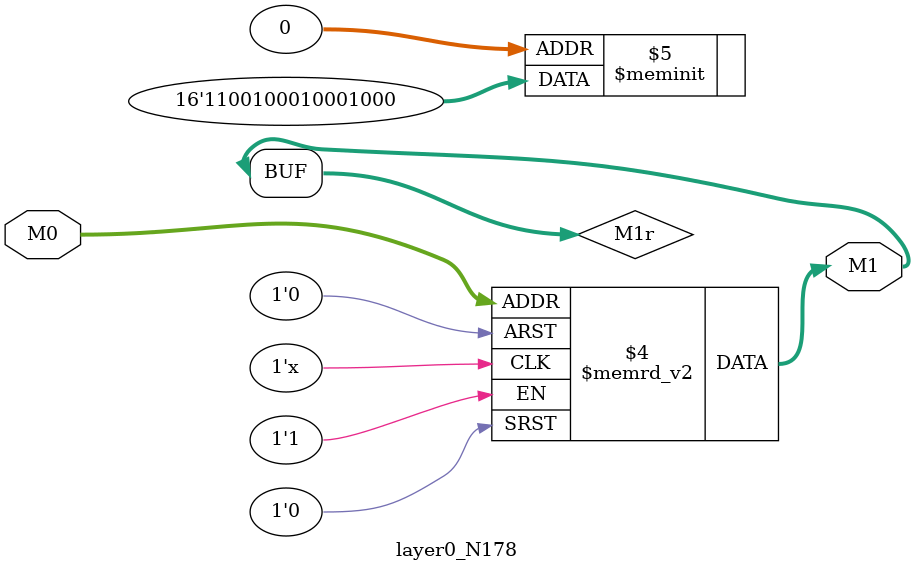
<source format=v>
module layer0_N178 ( input [2:0] M0, output [1:0] M1 );

	(*rom_style = "distributed" *) reg [1:0] M1r;
	assign M1 = M1r;
	always @ (M0) begin
		case (M0)
			3'b000: M1r = 2'b00;
			3'b100: M1r = 2'b00;
			3'b010: M1r = 2'b00;
			3'b110: M1r = 2'b00;
			3'b001: M1r = 2'b10;
			3'b101: M1r = 2'b10;
			3'b011: M1r = 2'b10;
			3'b111: M1r = 2'b11;

		endcase
	end
endmodule

</source>
